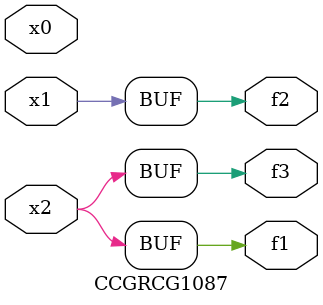
<source format=v>
module CCGRCG1087(
	input x0, x1, x2,
	output f1, f2, f3
);
	assign f1 = x2;
	assign f2 = x1;
	assign f3 = x2;
endmodule

</source>
